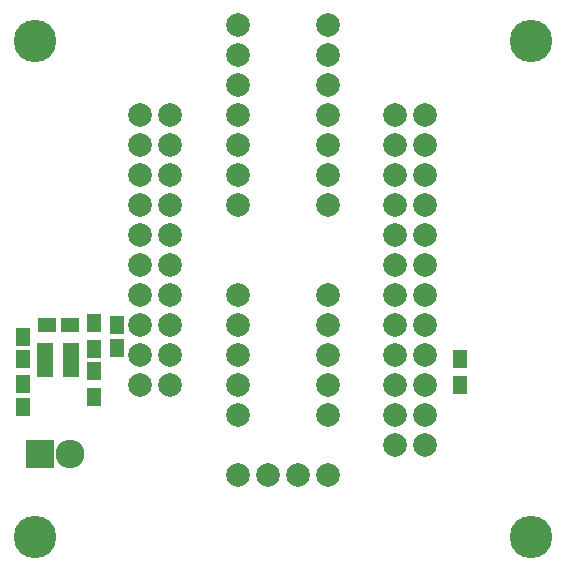
<source format=gbs>
G04 #@! TF.FileFunction,Soldermask,Bot*
%FSLAX46Y46*%
G04 Gerber Fmt 4.6, Leading zero omitted, Abs format (unit mm)*
G04 Created by KiCad (PCBNEW 4.0.0-rc1-stable) date 2016/05/03 6:10:00*
%MOMM*%
G01*
G04 APERTURE LIST*
%ADD10C,0.100000*%
%ADD11C,2.000000*%
%ADD12C,3.600000*%
%ADD13R,1.150000X1.600000*%
%ADD14R,1.600000X1.150000*%
%ADD15R,1.300000X1.600000*%
%ADD16R,1.460000X1.050000*%
%ADD17R,2.432000X2.432000*%
%ADD18O,2.432000X2.432000*%
G04 APERTURE END LIST*
D10*
D11*
X34525000Y27000000D03*
X15475000Y27000000D03*
X37065000Y27000000D03*
X34525000Y24460000D03*
X34525000Y21920000D03*
X34525000Y19380000D03*
X34525000Y16840000D03*
X34525000Y14300000D03*
X37065000Y14300000D03*
X37065000Y16840000D03*
X37065000Y19380000D03*
X37065000Y21920000D03*
X37065000Y24460000D03*
X34525000Y11760000D03*
X37065000Y11760000D03*
X34525000Y29540000D03*
X34525000Y32080000D03*
X34525000Y34620000D03*
X34525000Y37160000D03*
X34525000Y39700000D03*
X37065000Y39700000D03*
X37065000Y37160000D03*
X37065000Y34620000D03*
X37065000Y32080000D03*
X37065000Y29540000D03*
X15475000Y24460000D03*
X15475000Y21920000D03*
X15475000Y19380000D03*
X15475000Y16840000D03*
X12935000Y16840000D03*
X12935000Y19380000D03*
X12935000Y21920000D03*
X12935000Y24460000D03*
X12935000Y27000000D03*
X12935000Y29540000D03*
X15475000Y29540000D03*
X15475000Y32080000D03*
X15475000Y34620000D03*
X15475000Y37160000D03*
X15475000Y39700000D03*
X12935000Y39700000D03*
X12935000Y37160000D03*
X12935000Y34620000D03*
X12935000Y32080000D03*
X23730000Y9220000D03*
X26270000Y9220000D03*
X28810000Y9220000D03*
X21190000Y9220000D03*
D12*
X46000000Y46000000D03*
X4000000Y46000000D03*
X4000000Y4000000D03*
D13*
X3000000Y15050000D03*
X3000000Y16950000D03*
X3000000Y20950000D03*
X3000000Y19050000D03*
X11000000Y21950000D03*
X11000000Y20050000D03*
D14*
X6950000Y22000000D03*
X5050000Y22000000D03*
D15*
X9000000Y22100000D03*
X9000000Y19900000D03*
X9000000Y18100000D03*
X9000000Y15900000D03*
X40000000Y16900000D03*
X40000000Y19100000D03*
D16*
X4900000Y18050000D03*
X4900000Y19000000D03*
X4900000Y19950000D03*
X7100000Y19950000D03*
X7100000Y18050000D03*
X7100000Y19000000D03*
D12*
X46000000Y4000000D03*
D17*
X4460000Y11000000D03*
D18*
X7000000Y11000000D03*
D11*
X21190000Y24460000D03*
X21190000Y21920000D03*
X21190000Y19380000D03*
X21190000Y16840000D03*
X21190000Y14300000D03*
X28810000Y14300000D03*
X28810000Y16840000D03*
X28810000Y19380000D03*
X28810000Y21920000D03*
X28810000Y24460000D03*
X21190000Y47320000D03*
X21190000Y44780000D03*
X21190000Y42240000D03*
X21190000Y39700000D03*
X21190000Y37160000D03*
X21190000Y34620000D03*
X21190000Y32080000D03*
X28810000Y32080000D03*
X28810000Y34620000D03*
X28810000Y37160000D03*
X28810000Y39700000D03*
X28810000Y42240000D03*
X28810000Y44780000D03*
X28810000Y47320000D03*
M02*

</source>
